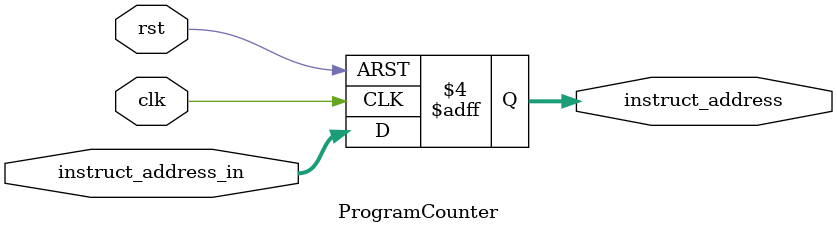
<source format=v>



module ProgramCounter(
		input clk, rst,
		input [31:0] instruct_address_in,
		output reg [31:0] instruct_address
	);

    initial begin
        instruct_address = 32'b0; // Initialize to zero for now. The compiler will point it to the right place initially
    end

    always @(posedge clk or negedge rst) begin
			if (rst == 1'b0) begin
				instruct_address <= 32'b0;
			end else begin 
				instruct_address <= instruct_address_in; // Increment by 4 (word-aligned)
			end
    end

endmodule

</source>
